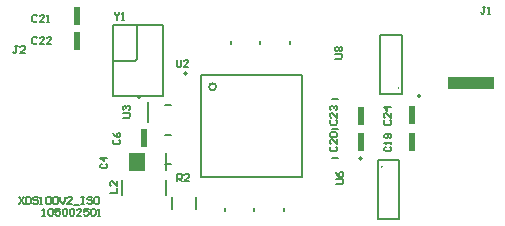
<source format=gto>
%FSLAX25Y25*%
%MOIN*%
G70*
G01*
G75*
G04 Layer_Color=65535*
%ADD10C,0.00787*%
%ADD11R,0.03937X0.05906*%
%ADD12R,0.03543X0.00984*%
%ADD13O,0.06890X0.00787*%
%ADD14O,0.00787X0.06890*%
%ADD15O,0.01181X0.06890*%
%ADD16R,0.07874X0.01969*%
%ADD17R,0.07874X0.07874*%
%ADD18R,0.15748X0.04724*%
%ADD19O,0.08661X0.02362*%
%ADD20R,0.05906X0.03937*%
%ADD21R,0.04921X0.07874*%
%ADD22C,0.01575*%
%ADD23R,0.03740X0.08465*%
%ADD24R,0.12795X0.08465*%
%ADD25R,0.05906X0.08661*%
%ADD26C,0.00591*%
%ADD27R,0.15354X0.03937*%
%ADD28R,0.02000X0.06000*%
%ADD29R,0.05512X0.05906*%
%ADD30R,0.00787X0.05906*%
D10*
X54429Y43012D02*
G03*
X54429Y43012I-492J0D01*
G01*
X69882Y50984D02*
G03*
X69882Y50984I-492J0D01*
G01*
X79527Y46457D02*
G03*
X79527Y46457I-1181J0D01*
G01*
X134843Y19882D02*
G03*
X134843Y19882I-139J0D01*
G01*
X128109Y22638D02*
G03*
X128109Y22638I-492J0D01*
G01*
X140297Y46161D02*
G03*
X140297Y46161I-139J0D01*
G01*
X147736Y43406D02*
G03*
X147736Y43406I-492J0D01*
G01*
X56693Y34843D02*
Y41535D01*
Y34843D02*
Y41535D01*
X74409Y16535D02*
Y50394D01*
X108268Y16535D02*
Y50394D01*
X74409D02*
X108268D01*
X74409Y16535D02*
X108268D01*
X62581Y40354D02*
X64370D01*
X62581Y30512D02*
X64370D01*
X62581Y20669D02*
X64370D01*
X118307Y22638D02*
X120096D01*
X118307Y32480D02*
X120096D01*
X118307Y42323D02*
X120096D01*
X84449Y60827D02*
Y61811D01*
X104134Y60827D02*
Y61811D01*
X94291Y60827D02*
Y61811D01*
X82480Y5118D02*
Y6102D01*
X92323Y5118D02*
Y6102D01*
X102165Y5118D02*
Y6102D01*
X48327Y10433D02*
Y15551D01*
X62697Y10433D02*
Y15551D01*
X133522Y2264D02*
X140609D01*
X133522Y21949D02*
X140609D01*
Y2264D02*
Y21949D01*
X133522Y2264D02*
Y21949D01*
X134252Y63779D02*
X141339D01*
X134252Y44094D02*
X141339D01*
X134252D02*
Y63779D01*
X141339Y44094D02*
Y63779D01*
X64898Y5874D02*
Y9874D01*
X72898Y5874D02*
Y9874D01*
X45276Y50000D02*
Y55118D01*
Y43406D02*
Y50000D01*
Y55118D02*
Y66929D01*
X61713D01*
X61811Y66831D01*
X45276Y43307D02*
X61811D01*
Y43406D02*
Y66831D01*
X45276Y55118D02*
X52362D01*
X53150Y55905D01*
Y67028D01*
D26*
X45669Y71259D02*
Y70865D01*
X46456Y70078D01*
X47244Y70865D01*
Y71259D01*
X46456Y70078D02*
Y68898D01*
X48031D02*
X48818D01*
X48424D01*
Y71259D01*
X48031Y70865D01*
X41339Y20866D02*
X40946Y20472D01*
Y19685D01*
X41339Y19291D01*
X42913D01*
X43307Y19685D01*
Y20472D01*
X42913Y20866D01*
X43307Y22833D02*
X40946D01*
X42126Y21653D01*
Y23227D01*
X66535Y14961D02*
Y17322D01*
X67716D01*
X68110Y16928D01*
Y16141D01*
X67716Y15748D01*
X66535D01*
X67323D02*
X68110Y14961D01*
X70471D02*
X68897D01*
X70471Y16535D01*
Y16928D01*
X70078Y17322D01*
X69290D01*
X68897Y16928D01*
X119194Y55905D02*
X121162D01*
X121555Y56299D01*
Y57086D01*
X121162Y57480D01*
X119194D01*
X119587Y58267D02*
X119194Y58661D01*
Y59448D01*
X119587Y59841D01*
X119981D01*
X120374Y59448D01*
X120768Y59841D01*
X121162D01*
X121555Y59448D01*
Y58661D01*
X121162Y58267D01*
X120768D01*
X120374Y58661D01*
X119981Y58267D01*
X119587D01*
X120374Y58661D02*
Y59448D01*
X119448Y14075D02*
X121416D01*
X121810Y14468D01*
Y15256D01*
X121416Y15649D01*
X119448D01*
Y18011D02*
X119842Y17223D01*
X120629Y16436D01*
X121416D01*
X121810Y16830D01*
Y17617D01*
X121416Y18011D01*
X121022D01*
X120629Y17617D01*
Y16436D01*
X169291Y73228D02*
X168504D01*
X168897D01*
Y71260D01*
X168504Y70866D01*
X168110D01*
X167717Y71260D01*
X170078Y70866D02*
X170865D01*
X170472D01*
Y73228D01*
X170078Y72834D01*
X136024Y26574D02*
X135631Y26181D01*
Y25394D01*
X136024Y25000D01*
X137599D01*
X137992Y25394D01*
Y26181D01*
X137599Y26574D01*
X137992Y27361D02*
Y28149D01*
Y27755D01*
X135631D01*
X136024Y27361D01*
X137599Y29329D02*
X137992Y29723D01*
Y30510D01*
X137599Y30904D01*
X136024D01*
X135631Y30510D01*
Y29723D01*
X136024Y29329D01*
X136418D01*
X136811Y29723D01*
Y30904D01*
X19881Y62795D02*
X19488Y63188D01*
X18701D01*
X18307Y62795D01*
Y61220D01*
X18701Y60827D01*
X19488D01*
X19881Y61220D01*
X22243Y60827D02*
X20669D01*
X22243Y62401D01*
Y62795D01*
X21849Y63188D01*
X21062D01*
X20669Y62795D01*
X24604Y60827D02*
X23030D01*
X24604Y62401D01*
Y62795D01*
X24211Y63188D01*
X23424D01*
X23030Y62795D01*
X45582Y28877D02*
X45188Y28483D01*
Y27696D01*
X45582Y27302D01*
X47156D01*
X47550Y27696D01*
Y28483D01*
X47156Y28877D01*
X45188Y31238D02*
X45582Y30451D01*
X46369Y29664D01*
X47156D01*
X47550Y30057D01*
Y30845D01*
X47156Y31238D01*
X46763D01*
X46369Y30845D01*
Y29664D01*
X19881Y70078D02*
X19488Y70472D01*
X18701D01*
X18307Y70078D01*
Y68504D01*
X18701Y68110D01*
X19488D01*
X19881Y68504D01*
X22243Y68110D02*
X20669D01*
X22243Y69684D01*
Y70078D01*
X21849Y70472D01*
X21062D01*
X20669Y70078D01*
X23030Y68110D02*
X23817D01*
X23424D01*
Y70472D01*
X23030Y70078D01*
X117914Y26574D02*
X117520Y26181D01*
Y25394D01*
X117914Y25000D01*
X119488D01*
X119882Y25394D01*
Y26181D01*
X119488Y26574D01*
X119882Y28936D02*
Y27361D01*
X118308Y28936D01*
X117914D01*
X117520Y28542D01*
Y27755D01*
X117914Y27361D01*
Y29723D02*
X117520Y30116D01*
Y30904D01*
X117914Y31297D01*
X119488D01*
X119882Y30904D01*
Y30116D01*
X119488Y29723D01*
X117914D01*
X13385Y59976D02*
X12598D01*
X12992D01*
Y58008D01*
X12598Y57615D01*
X12205D01*
X11811Y58008D01*
X15747Y57615D02*
X14173D01*
X15747Y59189D01*
Y59583D01*
X15353Y59976D01*
X14566D01*
X14173Y59583D01*
X44095Y11024D02*
X46457D01*
Y12598D01*
Y14959D02*
Y13385D01*
X44882Y14959D01*
X44489D01*
X44095Y14566D01*
Y13779D01*
X44489Y13385D01*
X66339Y55413D02*
Y53445D01*
X66732Y53051D01*
X67519D01*
X67913Y53445D01*
Y55413D01*
X70274Y53051D02*
X68700D01*
X70274Y54625D01*
Y55019D01*
X69881Y55413D01*
X69094D01*
X68700Y55019D01*
X48426Y36220D02*
X50394D01*
X50787Y36614D01*
Y37401D01*
X50394Y37795D01*
X48426D01*
X48820Y38582D02*
X48426Y38976D01*
Y39763D01*
X48820Y40156D01*
X49213D01*
X49607Y39763D01*
Y39369D01*
Y39763D01*
X50000Y40156D01*
X50394D01*
X50787Y39763D01*
Y38976D01*
X50394Y38582D01*
X117914Y35432D02*
X117520Y35039D01*
Y34252D01*
X117914Y33858D01*
X119488D01*
X119882Y34252D01*
Y35039D01*
X119488Y35432D01*
X119882Y37794D02*
Y36220D01*
X118308Y37794D01*
X117914D01*
X117520Y37400D01*
Y36613D01*
X117914Y36220D01*
Y38581D02*
X117520Y38975D01*
Y39762D01*
X117914Y40155D01*
X118308D01*
X118701Y39762D01*
Y39368D01*
Y39762D01*
X119095Y40155D01*
X119488D01*
X119882Y39762D01*
Y38975D01*
X119488Y38581D01*
X135820Y35304D02*
X135426Y34911D01*
Y34124D01*
X135820Y33730D01*
X137394D01*
X137788Y34124D01*
Y34911D01*
X137394Y35304D01*
X137788Y37666D02*
Y36092D01*
X136213Y37666D01*
X135820D01*
X135426Y37272D01*
Y36485D01*
X135820Y36092D01*
X137788Y39634D02*
X135426D01*
X136607Y38453D01*
Y40027D01*
X13780Y9842D02*
X15354Y7480D01*
Y9842D02*
X13780Y7480D01*
X16141Y9842D02*
Y7480D01*
X17322D01*
X17715Y7874D01*
Y9448D01*
X17322Y9842D01*
X16141D01*
X20077Y9448D02*
X19683Y9842D01*
X18896D01*
X18502Y9448D01*
Y9055D01*
X18896Y8661D01*
X19683D01*
X20077Y8268D01*
Y7874D01*
X19683Y7480D01*
X18896D01*
X18502Y7874D01*
X20864Y7480D02*
X21651D01*
X21257D01*
Y9842D01*
X20864Y9448D01*
X22832D02*
X23225Y9842D01*
X24012D01*
X24406Y9448D01*
Y7874D01*
X24012Y7480D01*
X23225D01*
X22832Y7874D01*
Y9448D01*
X25193D02*
X25587Y9842D01*
X26374D01*
X26767Y9448D01*
Y7874D01*
X26374Y7480D01*
X25587D01*
X25193Y7874D01*
Y9448D01*
X27555Y9842D02*
Y8268D01*
X28342Y7480D01*
X29129Y8268D01*
Y9842D01*
X31490Y7480D02*
X29916D01*
X31490Y9055D01*
Y9448D01*
X31097Y9842D01*
X30310D01*
X29916Y9448D01*
X32278Y7087D02*
X33852D01*
X34639Y9842D02*
X35426D01*
X35032D01*
Y7480D01*
X34639D01*
X35426D01*
X38181Y9448D02*
X37788Y9842D01*
X37000D01*
X36607Y9448D01*
Y9055D01*
X37000Y8661D01*
X37788D01*
X38181Y8268D01*
Y7874D01*
X37788Y7480D01*
X37000D01*
X36607Y7874D01*
X40149Y9842D02*
X39362D01*
X38968Y9448D01*
Y7874D01*
X39362Y7480D01*
X40149D01*
X40543Y7874D01*
Y9448D01*
X40149Y9842D01*
X21654Y3543D02*
X22441D01*
X22047D01*
Y5905D01*
X21654Y5511D01*
X23621D02*
X24015Y5905D01*
X24802D01*
X25196Y5511D01*
Y3937D01*
X24802Y3543D01*
X24015D01*
X23621Y3937D01*
Y5511D01*
X27557Y5905D02*
X25983D01*
Y4724D01*
X26770Y5118D01*
X27164D01*
X27557Y4724D01*
Y3937D01*
X27164Y3543D01*
X26376D01*
X25983Y3937D01*
X28344Y5511D02*
X28738Y5905D01*
X29525D01*
X29919Y5511D01*
Y3937D01*
X29525Y3543D01*
X28738D01*
X28344Y3937D01*
Y5511D01*
X30706D02*
X31099Y5905D01*
X31886D01*
X32280Y5511D01*
Y3937D01*
X31886Y3543D01*
X31099D01*
X30706Y3937D01*
Y5511D01*
X34641Y3543D02*
X33067D01*
X34641Y5118D01*
Y5511D01*
X34248Y5905D01*
X33461D01*
X33067Y5511D01*
X37003Y5905D02*
X35429D01*
Y4724D01*
X36216Y5118D01*
X36609D01*
X37003Y4724D01*
Y3937D01*
X36609Y3543D01*
X35822D01*
X35429Y3937D01*
X37790Y5511D02*
X38184Y5905D01*
X38971D01*
X39364Y5511D01*
Y3937D01*
X38971Y3543D01*
X38184D01*
X37790Y3937D01*
Y5511D01*
X40152Y3543D02*
X40939D01*
X40545D01*
Y5905D01*
X40152Y5511D01*
D27*
X164370Y47638D02*
D03*
D28*
X144882Y37008D02*
D03*
X127758Y36811D02*
D03*
X127754Y27955D02*
D03*
X33070Y70088D02*
D03*
X55511Y29529D02*
D03*
X33060Y61811D02*
D03*
X144883Y27953D02*
D03*
D29*
X53150Y21264D02*
D03*
D30*
X62695Y21256D02*
D03*
M02*

</source>
